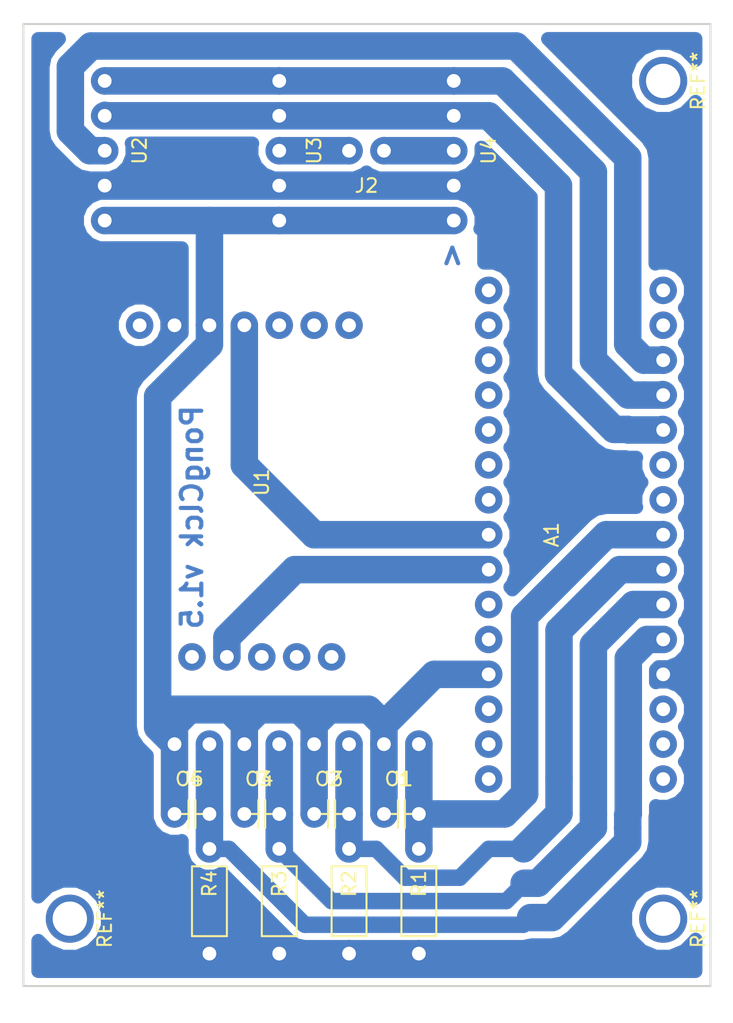
<source format=kicad_pcb>
(kicad_pcb (version 4) (host pcbnew 4.0.6)

  (general
    (links 43)
    (no_connects 0)
    (area 124.46 45.72 199.301905 99.060001)
    (thickness 1.6)
    (drawings 6)
    (tracks 117)
    (zones 0)
    (modules 21)
    (nets 14)
  )

  (page A4)
  (layers
    (0 F.Cu signal)
    (31 B.Cu signal)
    (32 B.Adhes user)
    (33 F.Adhes user)
    (34 B.Paste user)
    (35 F.Paste user)
    (36 B.SilkS user)
    (37 F.SilkS user)
    (38 B.Mask user)
    (39 F.Mask user)
    (40 Dwgs.User user)
    (41 Cmts.User user)
    (42 Eco1.User user)
    (43 Eco2.User user)
    (44 Edge.Cuts user)
    (45 Margin user)
    (46 B.CrtYd user)
    (47 F.CrtYd user)
    (48 B.Fab user)
    (49 F.Fab user)
  )

  (setup
    (last_trace_width 1.2)
    (user_trace_width 1)
    (user_trace_width 1.2)
    (user_trace_width 1.5)
    (trace_clearance 0.5)
    (zone_clearance 0.508)
    (zone_45_only no)
    (trace_min 0.2)
    (segment_width 0.2)
    (edge_width 0.15)
    (via_size 2)
    (via_drill 1)
    (via_min_size 0.4)
    (via_min_drill 0.3)
    (uvia_size 0.3)
    (uvia_drill 0.1)
    (uvias_allowed no)
    (uvia_min_size 0.2)
    (uvia_min_drill 0.1)
    (pcb_text_width 0.3)
    (pcb_text_size 1.5 1.5)
    (mod_edge_width 0.15)
    (mod_text_size 1 1)
    (mod_text_width 0.15)
    (pad_size 2 2)
    (pad_drill 1)
    (pad_to_mask_clearance 0.2)
    (aux_axis_origin 64.31 29.39)
    (visible_elements 7FFFFFFF)
    (pcbplotparams
      (layerselection 0x00000_80000000)
      (usegerberextensions false)
      (excludeedgelayer true)
      (linewidth 0.100000)
      (plotframeref false)
      (viasonmask false)
      (mode 1)
      (useauxorigin true)
      (hpglpennumber 1)
      (hpglpenspeed 20)
      (hpglpendiameter 15)
      (hpglpenoverlay 2)
      (psnegative false)
      (psa4output false)
      (plotreference true)
      (plotvalue true)
      (plotinvisibletext false)
      (padsonsilk false)
      (subtractmaskfromsilk false)
      (outputformat 1)
      (mirror false)
      (drillshape 0)
      (scaleselection 1)
      (outputdirectory gerber))
  )

  (net 0 "")
  (net 1 BT4)
  (net 2 BT3)
  (net 3 BT2)
  (net 4 BT1)
  (net 5 MAX_IN)
  (net 6 LATCH)
  (net 7 CLK)
  (net 8 SDA)
  (net 9 SCL)
  (net 10 VCC)
  (net 11 GND)
  (net 12 "Net-(J2-Pad1)")
  (net 13 "Net-(J2-Pad2)")

  (net_class Default "Dies ist die voreingestellte Netzklasse."
    (clearance 0.5)
    (trace_width 2)
    (via_dia 2)
    (via_drill 1)
    (uvia_dia 0.3)
    (uvia_drill 0.1)
    (add_net BT1)
    (add_net BT2)
    (add_net BT3)
    (add_net BT4)
    (add_net CLK)
    (add_net GND)
    (add_net LATCH)
    (add_net MAX_IN)
    (add_net "Net-(J2-Pad1)")
    (add_net "Net-(J2-Pad2)")
    (add_net SCL)
    (add_net SDA)
    (add_net VCC)
  )

  (net_class 1mm ""
    (clearance 0.5)
    (trace_width 1)
    (via_dia 2)
    (via_drill 1)
    (uvia_dia 0.3)
    (uvia_drill 0.1)
  )

  (module PongClock:ArduinoNano (layer F.Cu) (tedit 596B6DB8) (tstamp 596B576D)
    (at 103.251 66.548 270)
    (descr AndroidNano)
    (path /596A159A)
    (fp_text reference A1 (at 0 0.5 270) (layer F.SilkS)
      (effects (font (size 1 1) (thickness 0.15)))
    )
    (fp_text value AndroidNano (at 0 -0.5 270) (layer F.Fab)
      (effects (font (size 1 1) (thickness 0.15)))
    )
    (fp_line (start -21.59 -5.08) (end -15.24 -5.08) (layer F.CrtYd) (width 0.15))
    (fp_line (start -15.24 -5.08) (end -15.24 2.54) (layer F.CrtYd) (width 0.15))
    (fp_line (start -15.24 2.54) (end -21.59 2.54) (layer F.CrtYd) (width 0.15))
    (fp_line (start -21.59 2.54) (end -21.59 -5.08) (layer F.CrtYd) (width 0.15))
    (fp_line (start -20.32 6.35) (end -19.05 6.35) (layer F.CrtYd) (width 0.15))
    (fp_line (start -19.05 -8.89) (end -20.32 -8.89) (layer F.CrtYd) (width 0.15))
    (fp_line (start -20.32 -8.89) (end -20.32 6.35) (layer F.CrtYd) (width 0.15))
    (fp_line (start -19.05 6.35) (end 19.05 6.35) (layer F.CrtYd) (width 0.15))
    (fp_line (start 19.05 6.35) (end 19.05 -8.89) (layer F.CrtYd) (width 0.15))
    (fp_line (start 19.05 -8.89) (end -19.05 -8.89) (layer F.CrtYd) (width 0.15))
    (pad 30 thru_hole circle (at -17.78 -7.62 270) (size 2 2) (drill 1) (layers *.Cu *.Mask))
    (pad 29 thru_hole circle (at -15.24 -7.62 270) (size 2 2) (drill 1) (layers *.Cu *.Mask))
    (pad 28 thru_hole circle (at -12.7 -7.62 270) (size 2 2) (drill 1) (layers *.Cu *.Mask)
      (net 5 MAX_IN))
    (pad 27 thru_hole circle (at -10.16 -7.62 270) (size 2 2) (drill 1) (layers *.Cu *.Mask)
      (net 7 CLK))
    (pad 26 thru_hole circle (at -7.62 -7.62 270) (size 2 2) (drill 1) (layers *.Cu *.Mask)
      (net 6 LATCH))
    (pad 25 thru_hole circle (at -5.08 -7.62 270) (size 2 2) (drill 1) (layers *.Cu *.Mask))
    (pad 24 thru_hole circle (at -2.54 -7.62 270) (size 2 2) (drill 1) (layers *.Cu *.Mask))
    (pad 23 thru_hole circle (at 0 -7.62 270) (size 2 2) (drill 1) (layers *.Cu *.Mask)
      (net 4 BT1))
    (pad 22 thru_hole circle (at 2.54 -7.62 270) (size 2 2) (drill 1) (layers *.Cu *.Mask)
      (net 3 BT2))
    (pad 21 thru_hole circle (at 5.08 -7.62 270) (size 2 2) (drill 1) (layers *.Cu *.Mask)
      (net 2 BT3))
    (pad 20 thru_hole circle (at 7.62 -7.62 270) (size 2 2) (drill 1) (layers *.Cu *.Mask)
      (net 1 BT4))
    (pad 19 thru_hole circle (at 10.16 -7.62 270) (size 2 2) (drill 1) (layers *.Cu *.Mask)
      (net 11 GND))
    (pad 18 thru_hole circle (at 12.7 -7.62 270) (size 2 2) (drill 1) (layers *.Cu *.Mask))
    (pad 17 thru_hole circle (at 15.24 -7.62 270) (size 2 2) (drill 1) (layers *.Cu *.Mask))
    (pad 16 thru_hole circle (at 17.78 -7.62 270) (size 2 2) (drill 1) (layers *.Cu *.Mask))
    (pad 1 thru_hole circle (at -17.78 5.08 270) (size 2 2) (drill 1) (layers *.Cu *.Mask))
    (pad 2 thru_hole circle (at -15.24 5.08 270) (size 2 2) (drill 1) (layers *.Cu *.Mask))
    (pad 3 thru_hole circle (at -12.7 5.08 270) (size 2 2) (drill 1) (layers *.Cu *.Mask))
    (pad 4 thru_hole circle (at -10.16 5.08 270) (size 2 2) (drill 1) (layers *.Cu *.Mask))
    (pad 5 thru_hole circle (at -7.62 5.08 270) (size 2 2) (drill 1) (layers *.Cu *.Mask))
    (pad 6 thru_hole circle (at -5.08 5.08 270) (size 2 2) (drill 1) (layers *.Cu *.Mask))
    (pad 7 thru_hole circle (at -2.54 5.08 270) (size 2 2) (drill 1) (layers *.Cu *.Mask))
    (pad 8 thru_hole circle (at 0 5.08 270) (size 2 2) (drill 1) (layers *.Cu *.Mask)
      (net 8 SDA))
    (pad 9 thru_hole circle (at 2.54 5.08 270) (size 2 2) (drill 1) (layers *.Cu *.Mask)
      (net 9 SCL))
    (pad 10 thru_hole circle (at 5.08 5.08 270) (size 2 2) (drill 1) (layers *.Cu *.Mask))
    (pad 11 thru_hole circle (at 7.62 5.08 270) (size 2 2) (drill 1) (layers *.Cu *.Mask))
    (pad 12 thru_hole circle (at 10.16 5.08 270) (size 2 2) (drill 1) (layers *.Cu *.Mask)
      (net 10 VCC))
    (pad 13 thru_hole circle (at 12.7 5.08 270) (size 2 2) (drill 1) (layers *.Cu *.Mask))
    (pad 14 thru_hole circle (at 15.24 5.08 270) (size 2 2) (drill 1) (layers *.Cu *.Mask))
    (pad 15 thru_hole circle (at 17.78 5.08 270) (size 2 2) (drill 1) (layers *.Cu *.Mask))
  )

  (module PongClock:Widerstand (layer F.Cu) (tedit 596B5C7F) (tstamp 596B57C7)
    (at 93.091 89.408 270)
    (path /596B43E3)
    (fp_text reference R1 (at 2.54 0 270) (layer F.SilkS)
      (effects (font (size 1 1) (thickness 0.15)))
    )
    (fp_text value R (at 5.08 0 270) (layer F.Fab)
      (effects (font (size 1 1) (thickness 0.15)))
    )
    (fp_line (start 6.35 -1.27) (end 1.27 -1.27) (layer F.SilkS) (width 0.15))
    (fp_line (start 6.35 1.27) (end 6.35 -1.27) (layer F.SilkS) (width 0.15))
    (fp_line (start 1.27 1.27) (end 6.35 1.27) (layer F.SilkS) (width 0.15))
    (fp_line (start 1.27 -1.27) (end 1.27 1.27) (layer F.SilkS) (width 0.15))
    (pad 1 thru_hole circle (at 0 0 270) (size 2 2) (drill 1) (layers *.Cu *.Mask)
      (net 4 BT1))
    (pad 2 thru_hole circle (at 7.62 0 270) (size 2 2) (drill 1) (layers *.Cu *.Mask)
      (net 11 GND))
  )

  (module PongClock:Widerstand (layer F.Cu) (tedit 58EBDF6F) (tstamp 596B57D1)
    (at 88.011 89.408 270)
    (path /596B3E1D)
    (fp_text reference R2 (at 2.54 0 270) (layer F.SilkS)
      (effects (font (size 1 1) (thickness 0.15)))
    )
    (fp_text value R (at 5.08 0 270) (layer F.Fab)
      (effects (font (size 1 1) (thickness 0.15)))
    )
    (fp_line (start 6.35 -1.27) (end 1.27 -1.27) (layer F.SilkS) (width 0.15))
    (fp_line (start 6.35 1.27) (end 6.35 -1.27) (layer F.SilkS) (width 0.15))
    (fp_line (start 1.27 1.27) (end 6.35 1.27) (layer F.SilkS) (width 0.15))
    (fp_line (start 1.27 -1.27) (end 1.27 1.27) (layer F.SilkS) (width 0.15))
    (pad 1 thru_hole circle (at 0 0 270) (size 2 2) (drill 1) (layers *.Cu *.Mask)
      (net 3 BT2))
    (pad 2 thru_hole circle (at 7.62 0 270) (size 2 2) (drill 1) (layers *.Cu *.Mask)
      (net 11 GND))
  )

  (module PongClock:Widerstand (layer F.Cu) (tedit 58EBDF6F) (tstamp 596B57DB)
    (at 82.931 89.408 270)
    (path /596B5900)
    (fp_text reference R3 (at 2.54 0 270) (layer F.SilkS)
      (effects (font (size 1 1) (thickness 0.15)))
    )
    (fp_text value R (at 5.08 0 270) (layer F.Fab)
      (effects (font (size 1 1) (thickness 0.15)))
    )
    (fp_line (start 6.35 -1.27) (end 1.27 -1.27) (layer F.SilkS) (width 0.15))
    (fp_line (start 6.35 1.27) (end 6.35 -1.27) (layer F.SilkS) (width 0.15))
    (fp_line (start 1.27 1.27) (end 6.35 1.27) (layer F.SilkS) (width 0.15))
    (fp_line (start 1.27 -1.27) (end 1.27 1.27) (layer F.SilkS) (width 0.15))
    (pad 1 thru_hole circle (at 0 0 270) (size 2 2) (drill 1) (layers *.Cu *.Mask)
      (net 2 BT3))
    (pad 2 thru_hole circle (at 7.62 0 270) (size 2 2) (drill 1) (layers *.Cu *.Mask)
      (net 11 GND))
  )

  (module PongClock:Widerstand (layer F.Cu) (tedit 58EBDF6F) (tstamp 596B57E5)
    (at 77.851 89.408 270)
    (path /596B58DC)
    (fp_text reference R4 (at 2.54 0 270) (layer F.SilkS)
      (effects (font (size 1 1) (thickness 0.15)))
    )
    (fp_text value R (at 5.08 0 270) (layer F.Fab)
      (effects (font (size 1 1) (thickness 0.15)))
    )
    (fp_line (start 6.35 -1.27) (end 1.27 -1.27) (layer F.SilkS) (width 0.15))
    (fp_line (start 6.35 1.27) (end 6.35 -1.27) (layer F.SilkS) (width 0.15))
    (fp_line (start 1.27 1.27) (end 6.35 1.27) (layer F.SilkS) (width 0.15))
    (fp_line (start 1.27 -1.27) (end 1.27 1.27) (layer F.SilkS) (width 0.15))
    (pad 1 thru_hole circle (at 0 0 270) (size 2 2) (drill 1) (layers *.Cu *.Mask)
      (net 1 BT4))
    (pad 2 thru_hole circle (at 7.62 0 270) (size 2 2) (drill 1) (layers *.Cu *.Mask)
      (net 11 GND))
  )

  (module PongClock:TINY_RTC (layer F.Cu) (tedit 596B777A) (tstamp 596B57F9)
    (at 68.961 70.358 90)
    (path /596A1661)
    (fp_text reference U1 (at 7.62 12.7 90) (layer F.SilkS)
      (effects (font (size 1 1) (thickness 0.15)))
    )
    (fp_text value TinyRTC_I2C (at 7.62 8.89 90) (layer F.Fab)
      (effects (font (size 1 1) (thickness 0.15)))
    )
    (fp_line (start -6.35 -1.27) (end 20.32 -1.27) (layer F.CrtYd) (width 0.15))
    (fp_line (start -6.35 26.67) (end 20.32 26.67) (layer F.CrtYd) (width 0.15))
    (fp_line (start 20.32 -1.27) (end 20.32 26.67) (layer F.CrtYd) (width 0.15))
    (fp_line (start -6.35 26.67) (end -6.35 -1.27) (layer F.CrtYd) (width 0.15))
    (pad 1 thru_hole circle (at -5.08 7.62 90) (size 2 2) (drill 1) (layers *.Cu *.Mask))
    (pad 2 thru_hole circle (at -5.08 10.16 90) (size 2 2) (drill 1) (layers *.Cu *.Mask)
      (net 9 SCL))
    (pad 3 thru_hole circle (at -5.08 12.7 90) (size 2 2) (drill 1) (layers *.Cu *.Mask))
    (pad 4 thru_hole circle (at -5.08 15.24 90) (size 2 2) (drill 1) (layers *.Cu *.Mask))
    (pad 5 thru_hole circle (at -5.08 17.78 90) (size 2 2) (drill 1) (layers *.Cu *.Mask))
    (pad 6 thru_hole circle (at 19.05 3.81 90) (size 2 2) (drill 1) (layers *.Cu *.Mask))
    (pad 7 thru_hole circle (at 19.05 6.35 90) (size 2 2) (drill 1) (layers *.Cu *.Mask)
      (net 11 GND))
    (pad 8 thru_hole circle (at 19.05 8.89 90) (size 2 2) (drill 1) (layers *.Cu *.Mask)
      (net 10 VCC))
    (pad 9 thru_hole circle (at 19.05 11.43 90) (size 2 2) (drill 1) (layers *.Cu *.Mask)
      (net 8 SDA))
    (pad 10 thru_hole circle (at 19.05 13.97 90) (size 2 2) (drill 1) (layers *.Cu *.Mask))
    (pad 11 thru_hole circle (at 19.05 16.51 90) (size 2 2) (drill 1) (layers *.Cu *.Mask))
    (pad 12 thru_hole circle (at 19.05 19.05 90) (size 2 2) (drill 1) (layers *.Cu *.Mask))
  )

  (module PongClock:CONNECTOR_5X (layer F.Cu) (tedit 596B4E18) (tstamp 596B5806)
    (at 70.231 38.608 90)
    (path /596A2A6D)
    (fp_text reference U2 (at 0 2.54 90) (layer F.SilkS)
      (effects (font (size 1 1) (thickness 0.15)))
    )
    (fp_text value MAX7219_IN (at 0 -2.54 90) (layer F.Fab)
      (effects (font (size 1 1) (thickness 0.15)))
    )
    (fp_line (start -6.35 -1.27) (end -6.35 1.27) (layer F.CrtYd) (width 0.15))
    (fp_line (start -6.35 1.27) (end 6.35 1.27) (layer F.CrtYd) (width 0.15))
    (fp_line (start 6.35 1.27) (end 6.35 -1.27) (layer F.CrtYd) (width 0.15))
    (fp_line (start 6.35 -1.27) (end -6.35 -1.27) (layer F.CrtYd) (width 0.15))
    (pad 1 thru_hole circle (at -5.08 0 90) (size 2 2) (drill 1) (layers *.Cu *.Mask)
      (net 10 VCC))
    (pad 2 thru_hole circle (at -2.54 0 90) (size 2 2) (drill 1) (layers *.Cu *.Mask)
      (net 11 GND))
    (pad 3 thru_hole circle (at 0 0 90) (size 2 2) (drill 1) (layers *.Cu *.Mask)
      (net 5 MAX_IN))
    (pad 4 thru_hole circle (at 2.54 0 90) (size 2 2) (drill 1) (layers *.Cu *.Mask)
      (net 6 LATCH))
    (pad 5 thru_hole circle (at 5.08 0 90) (size 2 2) (drill 1) (layers *.Cu *.Mask)
      (net 7 CLK))
  )

  (module PongClock:CONNECTOR_5X (layer F.Cu) (tedit 596B4E18) (tstamp 596B5813)
    (at 82.931 38.608 90)
    (path /596A2E49)
    (fp_text reference U3 (at 0 2.54 90) (layer F.SilkS)
      (effects (font (size 1 1) (thickness 0.15)))
    )
    (fp_text value MAX7219_IN (at 0 -2.54 90) (layer F.Fab)
      (effects (font (size 1 1) (thickness 0.15)))
    )
    (fp_line (start -6.35 -1.27) (end -6.35 1.27) (layer F.CrtYd) (width 0.15))
    (fp_line (start -6.35 1.27) (end 6.35 1.27) (layer F.CrtYd) (width 0.15))
    (fp_line (start 6.35 1.27) (end 6.35 -1.27) (layer F.CrtYd) (width 0.15))
    (fp_line (start 6.35 -1.27) (end -6.35 -1.27) (layer F.CrtYd) (width 0.15))
    (pad 1 thru_hole circle (at -5.08 0 90) (size 2 2) (drill 1) (layers *.Cu *.Mask)
      (net 10 VCC))
    (pad 2 thru_hole circle (at -2.54 0 90) (size 2 2) (drill 1) (layers *.Cu *.Mask)
      (net 11 GND))
    (pad 3 thru_hole circle (at 0 0 90) (size 2 2) (drill 1) (layers *.Cu *.Mask)
      (net 12 "Net-(J2-Pad1)"))
    (pad 4 thru_hole circle (at 2.54 0 90) (size 2 2) (drill 1) (layers *.Cu *.Mask)
      (net 6 LATCH))
    (pad 5 thru_hole circle (at 5.08 0 90) (size 2 2) (drill 1) (layers *.Cu *.Mask)
      (net 7 CLK))
  )

  (module PongClock:CONNECTOR_5X (layer F.Cu) (tedit 596B7769) (tstamp 596B5820)
    (at 95.631 38.608 90)
    (path /596A2E7D)
    (fp_text reference U4 (at 0 2.54 90) (layer F.SilkS)
      (effects (font (size 1 1) (thickness 0.15)))
    )
    (fp_text value MAX7219_IN (at 0 -2.54 90) (layer F.Fab)
      (effects (font (size 1 1) (thickness 0.15)))
    )
    (fp_line (start -6.35 -1.27) (end -6.35 1.27) (layer F.CrtYd) (width 0.15))
    (fp_line (start -6.35 1.27) (end 6.35 1.27) (layer F.CrtYd) (width 0.15))
    (fp_line (start 6.35 1.27) (end 6.35 -1.27) (layer F.CrtYd) (width 0.15))
    (fp_line (start 6.35 -1.27) (end -6.35 -1.27) (layer F.CrtYd) (width 0.15))
    (pad 1 thru_hole circle (at -5.08 0 90) (size 2 2) (drill 1) (layers *.Cu *.Mask)
      (net 10 VCC))
    (pad 2 thru_hole circle (at -2.54 0 90) (size 2 2) (drill 1) (layers *.Cu *.Mask)
      (net 11 GND))
    (pad 3 thru_hole circle (at 0 0 90) (size 2 2) (drill 1) (layers *.Cu *.Mask)
      (net 13 "Net-(J2-Pad2)"))
    (pad 4 thru_hole circle (at 2.54 0 90) (size 2 2) (drill 1) (layers *.Cu *.Mask)
      (net 6 LATCH))
    (pad 5 thru_hole circle (at 5.08 0 90) (size 2 2) (drill 1) (layers *.Cu *.Mask)
      (net 7 CLK))
  )

  (module PongClock:CAP (layer F.Cu) (tedit 596B5C38) (tstamp 596B5B10)
    (at 95.631 89.408 180)
    (path /596B43DD)
    (fp_text reference C1 (at 4.064 5.08 180) (layer F.SilkS)
      (effects (font (size 1 1) (thickness 0.15)))
    )
    (fp_text value C (at 3.556 0.508 180) (layer F.Fab)
      (effects (font (size 1 1) (thickness 0.15)))
    )
    (fp_line (start 4.064 2.54) (end 5.08 2.54) (layer F.SilkS) (width 0.15))
    (fp_line (start 2.54 2.54) (end 3.556 2.54) (layer F.SilkS) (width 0.15))
    (fp_line (start 4.064 3.556) (end 4.064 1.524) (layer F.SilkS) (width 0.15))
    (fp_line (start 3.556 1.524) (end 3.556 3.556) (layer F.SilkS) (width 0.15))
    (pad 1 thru_hole circle (at 2.54 2.54 180) (size 2 2) (drill 1) (layers *.Cu *.Mask)
      (net 4 BT1))
    (pad 2 thru_hole circle (at 5.08 2.54 180) (size 2 2) (drill 1) (layers *.Cu *.Mask)
      (net 10 VCC))
  )

  (module PongClock:CAP (layer F.Cu) (tedit 596B4F21) (tstamp 596B5B19)
    (at 90.551 89.408 180)
    (path /596B3D74)
    (fp_text reference C2 (at 4.064 5.08 180) (layer F.SilkS)
      (effects (font (size 1 1) (thickness 0.15)))
    )
    (fp_text value C (at 3.556 0.508 180) (layer F.Fab)
      (effects (font (size 1 1) (thickness 0.15)))
    )
    (fp_line (start 4.064 2.54) (end 5.08 2.54) (layer F.SilkS) (width 0.15))
    (fp_line (start 2.54 2.54) (end 3.556 2.54) (layer F.SilkS) (width 0.15))
    (fp_line (start 4.064 3.556) (end 4.064 1.524) (layer F.SilkS) (width 0.15))
    (fp_line (start 3.556 1.524) (end 3.556 3.556) (layer F.SilkS) (width 0.15))
    (pad 1 thru_hole circle (at 2.54 2.54 180) (size 2 2) (drill 1) (layers *.Cu *.Mask)
      (net 3 BT2))
    (pad 2 thru_hole circle (at 5.08 2.54 180) (size 2 2) (drill 1) (layers *.Cu *.Mask)
      (net 10 VCC))
  )

  (module PongClock:CAP (layer F.Cu) (tedit 596B4F21) (tstamp 596B5B22)
    (at 85.471 89.408 180)
    (path /596B58FA)
    (fp_text reference C3 (at 4.064 5.08 180) (layer F.SilkS)
      (effects (font (size 1 1) (thickness 0.15)))
    )
    (fp_text value C (at 3.556 0.508 180) (layer F.Fab)
      (effects (font (size 1 1) (thickness 0.15)))
    )
    (fp_line (start 4.064 2.54) (end 5.08 2.54) (layer F.SilkS) (width 0.15))
    (fp_line (start 2.54 2.54) (end 3.556 2.54) (layer F.SilkS) (width 0.15))
    (fp_line (start 4.064 3.556) (end 4.064 1.524) (layer F.SilkS) (width 0.15))
    (fp_line (start 3.556 1.524) (end 3.556 3.556) (layer F.SilkS) (width 0.15))
    (pad 1 thru_hole circle (at 2.54 2.54 180) (size 2 2) (drill 1) (layers *.Cu *.Mask)
      (net 2 BT3))
    (pad 2 thru_hole circle (at 5.08 2.54 180) (size 2 2) (drill 1) (layers *.Cu *.Mask)
      (net 10 VCC))
  )

  (module PongClock:CAP (layer F.Cu) (tedit 596B4F21) (tstamp 596B5B2B)
    (at 80.391 89.408 180)
    (path /596B58D6)
    (fp_text reference C4 (at 4.064 5.08 180) (layer F.SilkS)
      (effects (font (size 1 1) (thickness 0.15)))
    )
    (fp_text value C (at 3.556 0.508 180) (layer F.Fab)
      (effects (font (size 1 1) (thickness 0.15)))
    )
    (fp_line (start 4.064 2.54) (end 5.08 2.54) (layer F.SilkS) (width 0.15))
    (fp_line (start 2.54 2.54) (end 3.556 2.54) (layer F.SilkS) (width 0.15))
    (fp_line (start 4.064 3.556) (end 4.064 1.524) (layer F.SilkS) (width 0.15))
    (fp_line (start 3.556 1.524) (end 3.556 3.556) (layer F.SilkS) (width 0.15))
    (pad 1 thru_hole circle (at 2.54 2.54 180) (size 2 2) (drill 1) (layers *.Cu *.Mask)
      (net 1 BT4))
    (pad 2 thru_hole circle (at 5.08 2.54 180) (size 2 2) (drill 1) (layers *.Cu *.Mask)
      (net 10 VCC))
  )

  (module PongClock:CONNECTOR_2X (layer F.Cu) (tedit 596B4E5D) (tstamp 596B5B3D)
    (at 89.281 38.608)
    (path /596B992D)
    (fp_text reference J2 (at 0 2.54) (layer F.SilkS)
      (effects (font (size 1 1) (thickness 0.15)))
    )
    (fp_text value DOUT (at 0 -2.54) (layer F.Fab)
      (effects (font (size 1 1) (thickness 0.15)))
    )
    (fp_line (start -2.54 -1.27) (end -2.54 1.27) (layer F.CrtYd) (width 0.15))
    (fp_line (start -2.54 1.27) (end 2.54 1.27) (layer F.CrtYd) (width 0.15))
    (fp_line (start 2.54 1.27) (end 2.54 -1.27) (layer F.CrtYd) (width 0.15))
    (fp_line (start 2.54 -1.27) (end -2.54 -1.27) (layer F.CrtYd) (width 0.15))
    (pad 1 thru_hole circle (at -1.27 0) (size 2 2) (drill 1) (layers *.Cu *.Mask)
      (net 12 "Net-(J2-Pad1)"))
    (pad 2 thru_hole circle (at 1.27 0) (size 2 2) (drill 1) (layers *.Cu *.Mask)
      (net 13 "Net-(J2-Pad2)"))
  )

  (module PongClock:CONNECTOR_2X (layer F.Cu) (tedit 596B5BF2) (tstamp 596B5F77)
    (at 90.551 81.788)
    (path /596B43CB)
    (fp_text reference J1 (at 1.27 2.54) (layer F.SilkS)
      (effects (font (size 1 1) (thickness 0.15)))
    )
    (fp_text value CON_BT1 (at 1.27 -2.54) (layer F.Fab)
      (effects (font (size 1 1) (thickness 0.15)))
    )
    (fp_line (start -1.27 -1.27) (end -1.27 1.27) (layer F.CrtYd) (width 0.15))
    (fp_line (start -1.27 1.27) (end 3.81 1.27) (layer F.CrtYd) (width 0.15))
    (fp_line (start 3.81 1.27) (end 3.81 -1.27) (layer F.CrtYd) (width 0.15))
    (fp_line (start 3.81 -1.27) (end -1.27 -1.27) (layer F.CrtYd) (width 0.15))
    (pad 1 thru_hole circle (at 0 0) (size 2 2) (drill 1) (layers *.Cu *.Mask)
      (net 10 VCC))
    (pad 2 thru_hole circle (at 2.54 0) (size 2 2) (drill 1) (layers *.Cu *.Mask)
      (net 4 BT1))
  )

  (module PongClock:CONNECTOR_2X (layer F.Cu) (tedit 596B4E5D) (tstamp 596B5F81)
    (at 85.471 81.788)
    (path /596B3A44)
    (fp_text reference J3 (at 1.27 2.54) (layer F.SilkS)
      (effects (font (size 1 1) (thickness 0.15)))
    )
    (fp_text value CON_BT2 (at 1.27 -2.54) (layer F.Fab)
      (effects (font (size 1 1) (thickness 0.15)))
    )
    (fp_line (start -1.27 -1.27) (end -1.27 1.27) (layer F.CrtYd) (width 0.15))
    (fp_line (start -1.27 1.27) (end 3.81 1.27) (layer F.CrtYd) (width 0.15))
    (fp_line (start 3.81 1.27) (end 3.81 -1.27) (layer F.CrtYd) (width 0.15))
    (fp_line (start 3.81 -1.27) (end -1.27 -1.27) (layer F.CrtYd) (width 0.15))
    (pad 1 thru_hole circle (at 0 0) (size 2 2) (drill 1) (layers *.Cu *.Mask)
      (net 10 VCC))
    (pad 2 thru_hole circle (at 2.54 0) (size 2 2) (drill 1) (layers *.Cu *.Mask)
      (net 3 BT2))
  )

  (module PongClock:CONNECTOR_2X (layer F.Cu) (tedit 596B4E5D) (tstamp 596B5F8B)
    (at 80.391 81.788)
    (path /596B58E8)
    (fp_text reference J4 (at 1.27 2.54) (layer F.SilkS)
      (effects (font (size 1 1) (thickness 0.15)))
    )
    (fp_text value CON_BT3 (at 1.27 -2.54) (layer F.Fab)
      (effects (font (size 1 1) (thickness 0.15)))
    )
    (fp_line (start -1.27 -1.27) (end -1.27 1.27) (layer F.CrtYd) (width 0.15))
    (fp_line (start -1.27 1.27) (end 3.81 1.27) (layer F.CrtYd) (width 0.15))
    (fp_line (start 3.81 1.27) (end 3.81 -1.27) (layer F.CrtYd) (width 0.15))
    (fp_line (start 3.81 -1.27) (end -1.27 -1.27) (layer F.CrtYd) (width 0.15))
    (pad 1 thru_hole circle (at 0 0) (size 2 2) (drill 1) (layers *.Cu *.Mask)
      (net 10 VCC))
    (pad 2 thru_hole circle (at 2.54 0) (size 2 2) (drill 1) (layers *.Cu *.Mask)
      (net 2 BT3))
  )

  (module PongClock:CONNECTOR_2X (layer F.Cu) (tedit 596B4E5D) (tstamp 596B5F95)
    (at 75.311 81.788)
    (path /596B58C4)
    (fp_text reference J5 (at 1.27 2.54) (layer F.SilkS)
      (effects (font (size 1 1) (thickness 0.15)))
    )
    (fp_text value CON_BT4 (at 1.27 -2.54) (layer F.Fab)
      (effects (font (size 1 1) (thickness 0.15)))
    )
    (fp_line (start -1.27 -1.27) (end -1.27 1.27) (layer F.CrtYd) (width 0.15))
    (fp_line (start -1.27 1.27) (end 3.81 1.27) (layer F.CrtYd) (width 0.15))
    (fp_line (start 3.81 1.27) (end 3.81 -1.27) (layer F.CrtYd) (width 0.15))
    (fp_line (start 3.81 -1.27) (end -1.27 -1.27) (layer F.CrtYd) (width 0.15))
    (pad 1 thru_hole circle (at 0 0) (size 2 2) (drill 1) (layers *.Cu *.Mask)
      (net 10 VCC))
    (pad 2 thru_hole circle (at 2.54 0) (size 2 2) (drill 1) (layers *.Cu *.Mask)
      (net 1 BT4))
  )

  (module PongClock:M3_DRILL_HOLE (layer F.Cu) (tedit 58ED088D) (tstamp 596B827B)
    (at 67.691 94.488 90)
    (fp_text reference REF** (at 0 2.54 90) (layer F.SilkS)
      (effects (font (size 1 1) (thickness 0.15)))
    )
    (fp_text value M3_DRILL_HOLE (at 0 -2.54 90) (layer F.Fab)
      (effects (font (size 1 1) (thickness 0.15)))
    )
    (pad "" np_thru_hole circle (at 0 0 90) (size 3.5 3.5) (drill 2.5) (layers *.Cu *.Mask))
  )

  (module PongClock:M3_DRILL_HOLE (layer F.Cu) (tedit 58ED088D) (tstamp 596B8280)
    (at 110.871 33.528 90)
    (fp_text reference REF** (at 0 2.54 90) (layer F.SilkS)
      (effects (font (size 1 1) (thickness 0.15)))
    )
    (fp_text value M3_DRILL_HOLE (at 0 -2.54 90) (layer F.Fab)
      (effects (font (size 1 1) (thickness 0.15)))
    )
    (pad "" np_thru_hole circle (at 0 0 90) (size 3.5 3.5) (drill 2.5) (layers *.Cu *.Mask))
  )

  (module PongClock:M3_DRILL_HOLE (layer F.Cu) (tedit 58ED088D) (tstamp 596B8285)
    (at 110.871 94.488 90)
    (fp_text reference REF** (at 0 2.54 90) (layer F.SilkS)
      (effects (font (size 1 1) (thickness 0.15)))
    )
    (fp_text value M3_DRILL_HOLE (at 0 -2.54 90) (layer F.Fab)
      (effects (font (size 1 1) (thickness 0.15)))
    )
    (pad "" np_thru_hole circle (at 0 0 90) (size 3.5 3.5) (drill 2.5) (layers *.Cu *.Mask))
  )

  (gr_text > (at 95.631 46.228 -90) (layer B.Cu)
    (effects (font (size 1.5 1.5) (thickness 0.3)) (justify mirror))
  )
  (gr_text "PongClck v1.5" (at 76.581 65.278 90) (layer B.Cu)
    (effects (font (size 1.5 1.5) (thickness 0.3)) (justify mirror))
  )
  (gr_line (start 114.311 99.388) (end 64.311 99.388) (angle 90) (layer Edge.Cuts) (width 0.15))
  (gr_line (start 114.311 29.388) (end 114.311 99.388) (angle 90) (layer Edge.Cuts) (width 0.15))
  (gr_line (start 64.311 29.388) (end 114.311 29.388) (angle 90) (layer Edge.Cuts) (width 0.15))
  (gr_line (start 64.311 99.388) (end 64.311 29.388) (angle 90) (layer Edge.Cuts) (width 0.15))

  (segment (start 77.851 89.408) (end 79.265213 89.408) (width 1.2) (layer B.Cu) (net 1))
  (segment (start 79.265213 89.408) (end 84.785212 94.927999) (width 1.2) (layer B.Cu) (net 1))
  (segment (start 84.785212 94.927999) (end 100.700863 94.927999) (width 1.2) (layer B.Cu) (net 1))
  (segment (start 100.700863 94.927999) (end 101.220844 94.408018) (width 1.2) (layer B.Cu) (net 1))
  (segment (start 108.331 86.868) (end 108.291012 86.907988) (width 2) (layer B.Cu) (net 1))
  (segment (start 108.291012 86.907988) (end 108.291012 87.903536) (width 2) (layer B.Cu) (net 1))
  (segment (start 108.291012 87.903536) (end 108.291009 87.903539) (width 2) (layer B.Cu) (net 1))
  (segment (start 108.291009 87.903539) (end 108.291009 88.899087) (width 2) (layer B.Cu) (net 1))
  (segment (start 108.291009 88.899087) (end 102.782078 94.408018) (width 2) (layer B.Cu) (net 1))
  (segment (start 102.782078 94.408018) (end 101.220844 94.408018) (width 2) (layer B.Cu) (net 1))
  (segment (start 108.331 75.547998) (end 108.331 86.868) (width 2) (layer B.Cu) (net 1))
  (segment (start 109.710998 74.168) (end 108.331 75.547998) (width 2) (layer B.Cu) (net 1))
  (segment (start 110.871 74.168) (end 109.710998 74.168) (width 2) (layer B.Cu) (net 1))
  (segment (start 77.851 86.868) (end 77.851 89.408) (width 2) (layer B.Cu) (net 1))
  (segment (start 77.851 81.788) (end 77.851 86.868) (width 2) (layer B.Cu) (net 1))
  (segment (start 82.931 89.408) (end 86.731012 93.208012) (width 1.2) (layer B.Cu) (net 2))
  (segment (start 86.731012 93.208012) (end 99.450988 93.208012) (width 1.2) (layer B.Cu) (net 2))
  (segment (start 99.450988 93.208012) (end 100.750991 91.908009) (width 1.2) (layer B.Cu) (net 2))
  (segment (start 100.750991 91.908009) (end 101.746539 91.908009) (width 2) (layer B.Cu) (net 2))
  (segment (start 101.746539 91.908009) (end 105.791 87.863548) (width 2) (layer B.Cu) (net 2))
  (segment (start 105.791 87.863548) (end 105.791002 86.867998) (width 2) (layer B.Cu) (net 2))
  (segment (start 105.791002 86.867998) (end 105.791002 74.552447) (width 2) (layer B.Cu) (net 2))
  (segment (start 105.791002 74.552447) (end 108.715449 71.628) (width 2) (layer B.Cu) (net 2))
  (segment (start 82.931 86.868) (end 82.931 89.408) (width 2) (layer B.Cu) (net 2))
  (segment (start 82.931 81.788) (end 82.931 86.868) (width 2) (layer B.Cu) (net 2))
  (segment (start 108.715449 71.628) (end 110.871 71.628) (width 2) (layer B.Cu) (net 2))
  (segment (start 100.711 89.408) (end 98.171 89.408) (width 1.2) (layer B.Cu) (net 3))
  (segment (start 103.290991 86.828009) (end 100.711 89.408) (width 2) (layer B.Cu) (net 3))
  (segment (start 103.290991 84.208031) (end 103.290991 86.828009) (width 2) (layer B.Cu) (net 3))
  (segment (start 96.070999 91.508001) (end 98.171 89.408) (width 1.2) (layer B.Cu) (net 3))
  (segment (start 88.011 89.408) (end 89.982998 89.408) (width 1.2) (layer B.Cu) (net 3))
  (segment (start 89.982998 89.408) (end 92.082999 91.508001) (width 1.2) (layer B.Cu) (net 3))
  (segment (start 92.082999 91.508001) (end 96.070999 91.508001) (width 1.2) (layer B.Cu) (net 3))
  (segment (start 110.871 69.088) (end 107.7199 69.088) (width 2) (layer B.Cu) (net 3))
  (segment (start 103.290991 73.516909) (end 103.290991 84.208031) (width 2) (layer B.Cu) (net 3))
  (segment (start 107.7199 69.088) (end 103.290991 73.516909) (width 2) (layer B.Cu) (net 3))
  (segment (start 88.011 86.868) (end 88.011 89.408) (width 2) (layer B.Cu) (net 3))
  (segment (start 88.011 81.788) (end 88.011 86.868) (width 2) (layer B.Cu) (net 3))
  (segment (start 94.505213 86.868) (end 93.091 86.868) (width 2) (layer B.Cu) (net 4))
  (segment (start 110.871 66.548) (end 106.724351 66.548) (width 2) (layer B.Cu) (net 4))
  (segment (start 99.331002 86.868) (end 94.505213 86.868) (width 2) (layer B.Cu) (net 4))
  (segment (start 100.790982 85.40802) (end 99.331002 86.868) (width 2) (layer B.Cu) (net 4))
  (segment (start 100.790982 72.481369) (end 100.790982 85.40802) (width 2) (layer B.Cu) (net 4))
  (segment (start 106.724351 66.548) (end 100.790982 72.481369) (width 2) (layer B.Cu) (net 4))
  (segment (start 93.091 86.868) (end 93.091 89.408) (width 2) (layer B.Cu) (net 4))
  (segment (start 93.091 81.788) (end 93.091 86.868) (width 2) (layer B.Cu) (net 4))
  (segment (start 109.456787 53.848) (end 110.871 53.848) (width 2) (layer B.Cu) (net 5))
  (segment (start 108.291011 39.116914) (end 108.291011 52.682224) (width 2) (layer B.Cu) (net 5))
  (segment (start 100.162097 30.988) (end 108.291011 39.116914) (width 2) (layer B.Cu) (net 5))
  (segment (start 69.235452 30.988) (end 100.162097 30.988) (width 2) (layer B.Cu) (net 5))
  (segment (start 67.73099 32.492462) (end 69.235452 30.988) (width 2) (layer B.Cu) (net 5))
  (segment (start 67.73099 37.18562) (end 67.73099 32.492462) (width 2) (layer B.Cu) (net 5))
  (segment (start 69.15337 38.608) (end 67.73099 37.18562) (width 2) (layer B.Cu) (net 5))
  (segment (start 70.231 38.608) (end 69.15337 38.608) (width 2) (layer B.Cu) (net 5))
  (segment (start 108.291011 52.682224) (end 109.456787 53.848) (width 2) (layer B.Cu) (net 5))
  (segment (start 110.831001 53.808001) (end 110.871 53.848) (width 2) (layer B.Cu) (net 5))
  (segment (start 108.291009 58.888009) (end 108.331 58.928) (width 2) (layer B.Cu) (net 6))
  (segment (start 108.331 58.928) (end 110.871 58.928) (width 2) (layer B.Cu) (net 6))
  (segment (start 103.251 41.148) (end 103.251 54.843548) (width 2) (layer B.Cu) (net 6))
  (segment (start 103.251 54.843548) (end 107.295461 58.888009) (width 2) (layer B.Cu) (net 6))
  (segment (start 107.295461 58.888009) (end 108.291009 58.888009) (width 2) (layer B.Cu) (net 6))
  (segment (start 98.171 36.068) (end 103.251 41.148) (width 2) (layer B.Cu) (net 6))
  (segment (start 95.631 36.068) (end 98.171 36.068) (width 2) (layer B.Cu) (net 6))
  (segment (start 70.231 36.068) (end 70.231 35.77801) (width 1.5) (layer B.Cu) (net 6))
  (segment (start 110.831002 58.888001) (end 110.871 58.928) (width 2) (layer B.Cu) (net 6))
  (segment (start 82.931 36.068) (end 70.231 36.068) (width 2) (layer B.Cu) (net 6) (status 20))
  (segment (start 95.631 36.068) (end 82.931 36.068) (width 2) (layer B.Cu) (net 6))
  (segment (start 109.456787 56.388) (end 110.871 56.388) (width 2) (layer B.Cu) (net 7))
  (segment (start 108.331 56.388) (end 109.456787 56.388) (width 2) (layer B.Cu) (net 7))
  (segment (start 105.791 53.848) (end 108.331 56.388) (width 2) (layer B.Cu) (net 7))
  (segment (start 105.791 40.152452) (end 105.791 53.848) (width 2) (layer B.Cu) (net 7))
  (segment (start 99.166548 33.528) (end 105.791 40.152452) (width 2) (layer B.Cu) (net 7))
  (segment (start 95.631 33.528) (end 99.166548 33.528) (width 2) (layer B.Cu) (net 7))
  (segment (start 110.831011 56.34801) (end 110.871 56.388) (width 2) (layer B.Cu) (net 7))
  (segment (start 82.931 33.528) (end 95.631 33.528) (width 2) (layer B.Cu) (net 7))
  (segment (start 70.231 33.528) (end 82.931 33.528) (width 2) (layer B.Cu) (net 7) (status 10))
  (segment (start 98.171 66.548) (end 85.471 66.548) (width 2) (layer B.Cu) (net 8))
  (segment (start 85.471 66.548) (end 80.391 61.468) (width 2) (layer B.Cu) (net 8))
  (segment (start 80.391 61.468) (end 80.391 51.308) (width 2) (layer B.Cu) (net 8))
  (segment (start 98.171 69.088) (end 84.056787 69.088) (width 2) (layer B.Cu) (net 9))
  (segment (start 84.056787 69.088) (end 79.121 74.023787) (width 2) (layer B.Cu) (net 9))
  (segment (start 79.121 74.023787) (end 79.121 75.438) (width 2) (layer B.Cu) (net 9))
  (segment (start 74.080999 79.248) (end 74.080999 56.492214) (width 2) (layer B.Cu) (net 10))
  (segment (start 74.080999 80.557999) (end 74.080999 79.248) (width 2) (layer B.Cu) (net 10))
  (segment (start 74.080999 79.248) (end 89.425213 79.248) (width 2) (layer B.Cu) (net 10))
  (segment (start 89.425213 79.248) (end 90.551 80.373787) (width 2) (layer B.Cu) (net 10))
  (segment (start 75.311 81.788) (end 74.080999 80.557999) (width 2) (layer B.Cu) (net 10))
  (segment (start 74.080999 56.492214) (end 77.851 52.722213) (width 2) (layer B.Cu) (net 10))
  (segment (start 77.851 52.722213) (end 77.851 51.308) (width 2) (layer B.Cu) (net 10))
  (segment (start 80.391 81.788) (end 80.391 80.373787) (width 2) (layer B.Cu) (net 10))
  (segment (start 80.391 80.373787) (end 79.305212 79.287999) (width 2) (layer B.Cu) (net 10))
  (segment (start 79.305212 79.287999) (end 76.396788 79.287999) (width 2) (layer B.Cu) (net 10))
  (segment (start 76.396788 79.287999) (end 75.311 80.373787) (width 2) (layer B.Cu) (net 10))
  (segment (start 75.311 80.373787) (end 75.311 81.788) (width 2) (layer B.Cu) (net 10))
  (segment (start 85.471 81.788) (end 85.471 80.373787) (width 2) (layer B.Cu) (net 10))
  (segment (start 85.471 80.373787) (end 84.385212 79.287999) (width 2) (layer B.Cu) (net 10))
  (segment (start 84.385212 79.287999) (end 81.476788 79.287999) (width 2) (layer B.Cu) (net 10))
  (segment (start 81.476788 79.287999) (end 80.391 80.373787) (width 2) (layer B.Cu) (net 10))
  (segment (start 90.551 81.788) (end 90.551 80.373787) (width 2) (layer B.Cu) (net 10))
  (segment (start 90.551 80.373787) (end 89.465212 79.287999) (width 2) (layer B.Cu) (net 10))
  (segment (start 89.465212 79.287999) (end 86.556788 79.287999) (width 2) (layer B.Cu) (net 10))
  (segment (start 86.556788 79.287999) (end 85.471 80.373787) (width 2) (layer B.Cu) (net 10))
  (segment (start 77.851 51.308) (end 77.851 43.688) (width 2) (layer B.Cu) (net 10))
  (segment (start 98.171 76.708) (end 94.216787 76.708) (width 2) (layer B.Cu) (net 10))
  (segment (start 94.216787 76.708) (end 90.551 80.373787) (width 2) (layer B.Cu) (net 10))
  (segment (start 70.231 43.688) (end 77.851 43.688) (width 2) (layer B.Cu) (net 10))
  (segment (start 77.851 43.688) (end 82.931 43.688) (width 2) (layer B.Cu) (net 10))
  (segment (start 82.931 43.688) (end 95.631 43.688) (width 2) (layer B.Cu) (net 10))
  (segment (start 75.311 81.788) (end 75.311 86.868) (width 2) (layer B.Cu) (net 10))
  (segment (start 80.391 81.788) (end 80.391 86.868) (width 2) (layer B.Cu) (net 10))
  (segment (start 85.471 81.788) (end 85.471 86.868) (width 2) (layer B.Cu) (net 10))
  (segment (start 90.551 86.868) (end 90.551 81.788) (width 2) (layer B.Cu) (net 10))
  (segment (start 70.231 41.148) (end 70.231 41.147999) (width 2) (layer B.Cu) (net 11))
  (segment (start 82.931 41.148) (end 95.631 41.148) (width 2) (layer B.Cu) (net 11))
  (segment (start 70.231 41.148) (end 82.931 41.148) (width 2) (layer B.Cu) (net 11) (status 10))
  (segment (start 88.011 38.608) (end 82.931 38.608) (width 2) (layer B.Cu) (net 12))
  (segment (start 95.631 38.608) (end 90.551 38.608) (width 2) (layer B.Cu) (net 13))

  (zone (net 11) (net_name GND) (layer B.Cu) (tstamp 0) (hatch edge 0.508)
    (connect_pads yes (clearance 0.508))
    (min_thickness 1)
    (fill yes (arc_segments 16) (thermal_gap 2) (thermal_bridge_width 2))
    (polygon
      (pts
        (xy 62.611 102.108) (xy 115.951 102.108) (xy 115.951 28.448) (xy 62.611 28.448)
      )
    )
    (filled_polygon
      (pts
        (xy 66.126679 96.824755) (xy 67.139993 97.24552) (xy 68.237193 97.246477) (xy 69.25124 96.827482) (xy 70.027755 96.052321)
        (xy 70.44852 95.039007) (xy 70.449477 93.941807) (xy 70.030482 92.92776) (xy 69.255321 92.151245) (xy 68.242007 91.73048)
        (xy 67.144807 91.729523) (xy 66.13076 92.148518) (xy 65.394 92.883993) (xy 65.394 30.471) (xy 66.912712 30.471)
        (xy 66.31112 31.072592) (xy 65.87584 31.724034) (xy 65.72299 32.492462) (xy 65.72299 37.18562) (xy 65.850481 37.826558)
        (xy 65.87584 37.954049) (xy 66.31112 38.60549) (xy 67.7335 40.02787) (xy 68.384942 40.46315) (xy 69.15337 40.616)
        (xy 70.229821 40.616) (xy 70.628664 40.616348) (xy 71.366955 40.311292) (xy 71.932307 39.746926) (xy 72.238651 39.009168)
        (xy 72.239348 38.210336) (xy 72.183841 38.076) (xy 80.977675 38.076) (xy 80.923349 38.206832) (xy 80.922652 39.005664)
        (xy 81.227708 39.743955) (xy 81.792074 40.309307) (xy 82.529832 40.615651) (xy 83.328664 40.616348) (xy 83.329506 40.616)
        (xy 88.009821 40.616) (xy 88.408664 40.616348) (xy 89.146955 40.311292) (xy 89.280738 40.177742) (xy 89.412074 40.309307)
        (xy 90.149832 40.615651) (xy 90.948664 40.616348) (xy 90.949506 40.616) (xy 95.629821 40.616) (xy 96.028664 40.616348)
        (xy 96.766955 40.311292) (xy 97.332307 39.746926) (xy 97.638651 39.009168) (xy 97.639204 38.375944) (xy 101.243 41.97974)
        (xy 101.243 54.843548) (xy 101.39585 55.611976) (xy 101.831129 56.263418) (xy 105.875591 60.307879) (xy 106.527033 60.743159)
        (xy 107.295461 60.896009) (xy 108.129952 60.896009) (xy 108.331 60.936) (xy 108.917675 60.936) (xy 108.863349 61.066832)
        (xy 108.862652 61.865664) (xy 109.167708 62.603955) (xy 109.301258 62.737738) (xy 109.169693 62.869074) (xy 108.863349 63.606832)
        (xy 108.862652 64.405664) (xy 108.918159 64.54) (xy 106.724351 64.54) (xy 105.955923 64.69285) (xy 105.304481 65.12813)
        (xy 99.893669 70.538942) (xy 99.874292 70.492045) (xy 99.740742 70.358262) (xy 99.872307 70.226926) (xy 100.178651 69.489168)
        (xy 100.179348 68.690336) (xy 99.874292 67.952045) (xy 99.740742 67.818262) (xy 99.872307 67.686926) (xy 100.178651 66.949168)
        (xy 100.179348 66.150336) (xy 99.874292 65.412045) (xy 99.740742 65.278262) (xy 99.872307 65.146926) (xy 100.178651 64.409168)
        (xy 100.179348 63.610336) (xy 99.874292 62.872045) (xy 99.740742 62.738262) (xy 99.872307 62.606926) (xy 100.178651 61.869168)
        (xy 100.179348 61.070336) (xy 99.874292 60.332045) (xy 99.740742 60.198262) (xy 99.872307 60.066926) (xy 100.178651 59.329168)
        (xy 100.179348 58.530336) (xy 99.874292 57.792045) (xy 99.740742 57.658262) (xy 99.872307 57.526926) (xy 100.178651 56.789168)
        (xy 100.179348 55.990336) (xy 99.874292 55.252045) (xy 99.740742 55.118262) (xy 99.872307 54.986926) (xy 100.178651 54.249168)
        (xy 100.179348 53.450336) (xy 99.874292 52.712045) (xy 99.740742 52.578262) (xy 99.872307 52.446926) (xy 100.178651 51.709168)
        (xy 100.179348 50.910336) (xy 99.874292 50.172045) (xy 99.740742 50.038262) (xy 99.872307 49.906926) (xy 100.178651 49.169168)
        (xy 100.179348 48.370336) (xy 99.874292 47.632045) (xy 99.309926 47.066693) (xy 98.572168 46.760349) (xy 97.839 46.759709)
        (xy 97.839 44.291429) (xy 97.554665 44.291429) (xy 97.638651 44.089168) (xy 97.639348 43.290336) (xy 97.334292 42.552045)
        (xy 96.769926 41.986693) (xy 96.032168 41.680349) (xy 95.233336 41.679652) (xy 95.232494 41.68) (xy 82.932179 41.68)
        (xy 82.533336 41.679652) (xy 82.532494 41.68) (xy 70.232179 41.68) (xy 69.833336 41.679652) (xy 69.095045 41.984708)
        (xy 68.529693 42.549074) (xy 68.223349 43.286832) (xy 68.222652 44.085664) (xy 68.527708 44.823955) (xy 69.092074 45.389307)
        (xy 69.829832 45.695651) (xy 70.628664 45.696348) (xy 70.629506 45.696) (xy 75.843 45.696) (xy 75.843 51.306821)
        (xy 75.842652 51.705664) (xy 75.843 51.706506) (xy 75.843 51.890472) (xy 73.168664 54.564808) (xy 73.168664 53.316348)
        (xy 73.906955 53.011292) (xy 74.472307 52.446926) (xy 74.778651 51.709168) (xy 74.779348 50.910336) (xy 74.474292 50.172045)
        (xy 73.909926 49.606693) (xy 73.172168 49.300349) (xy 72.373336 49.299652) (xy 71.635045 49.604708) (xy 71.069693 50.169074)
        (xy 70.763349 50.906832) (xy 70.762652 51.705664) (xy 71.067708 52.443955) (xy 71.632074 53.009307) (xy 72.369832 53.315651)
        (xy 73.168664 53.316348) (xy 73.168664 54.564808) (xy 72.661129 55.072344) (xy 72.225849 55.723786) (xy 72.072999 56.492214)
        (xy 72.072999 80.557999) (xy 72.20049 81.198937) (xy 72.225849 81.326428) (xy 72.661129 81.977869) (xy 73.303 82.61974)
        (xy 73.303 86.866821) (xy 73.302652 87.265664) (xy 73.607708 88.003955) (xy 74.172074 88.569307) (xy 74.909832 88.875651)
        (xy 75.708664 88.876348) (xy 75.843 88.820841) (xy 75.843 89.406821) (xy 75.842652 89.805664) (xy 76.147708 90.543955)
        (xy 76.712074 91.109307) (xy 77.449832 91.415651) (xy 78.248664 91.416348) (xy 78.779973 91.196815) (xy 83.648184 96.065027)
        (xy 84.169857 96.413597) (xy 84.785212 96.535999) (xy 100.700863 96.535999) (xy 101.304047 96.416018) (xy 102.782078 96.416018)
        (xy 103.550506 96.263168) (xy 104.201948 95.827888) (xy 109.710879 90.318957) (xy 110.146159 89.667515) (xy 110.299009 88.899087)
        (xy 110.299009 87.903551) (xy 110.299012 87.903536) (xy 110.299012 87.069033) (xy 110.339 86.868) (xy 110.339 86.281325)
        (xy 110.469832 86.335651) (xy 111.268664 86.336348) (xy 112.006955 86.031292) (xy 112.572307 85.466926) (xy 112.878651 84.729168)
        (xy 112.879348 83.930336) (xy 112.574292 83.192045) (xy 112.440742 83.058262) (xy 112.572307 82.926926) (xy 112.878651 82.189168)
        (xy 112.879348 81.390336) (xy 112.574292 80.652045) (xy 112.440742 80.518262) (xy 112.572307 80.386926) (xy 112.878651 79.649168)
        (xy 112.879348 78.850336) (xy 112.574292 78.112045) (xy 112.009926 77.546693) (xy 111.272168 77.240349) (xy 110.473336 77.239652)
        (xy 110.339 77.295159) (xy 110.339 76.379738) (xy 110.542738 76.176) (xy 110.869821 76.176) (xy 111.268664 76.176348)
        (xy 112.006955 75.871292) (xy 112.572307 75.306926) (xy 112.878651 74.569168) (xy 112.879348 73.770336) (xy 112.574292 73.032045)
        (xy 112.440742 72.898262) (xy 112.572307 72.766926) (xy 112.878651 72.029168) (xy 112.879348 71.230336) (xy 112.574292 70.492045)
        (xy 112.440742 70.358262) (xy 112.572307 70.226926) (xy 112.878651 69.489168) (xy 112.879348 68.690336) (xy 112.574292 67.952045)
        (xy 112.440742 67.818262) (xy 112.572307 67.686926) (xy 112.878651 66.949168) (xy 112.879348 66.150336) (xy 112.574292 65.412045)
        (xy 112.440742 65.278262) (xy 112.572307 65.146926) (xy 112.878651 64.409168) (xy 112.879348 63.610336) (xy 112.574292 62.872045)
        (xy 112.440742 62.738262) (xy 112.572307 62.606926) (xy 112.878651 61.869168) (xy 112.879348 61.070336) (xy 112.574292 60.332045)
        (xy 112.440742 60.198262) (xy 112.572307 60.066926) (xy 112.878651 59.329168) (xy 112.879348 58.530336) (xy 112.574292 57.792045)
        (xy 112.440742 57.658262) (xy 112.572307 57.526926) (xy 112.878651 56.789168) (xy 112.879348 55.990336) (xy 112.574292 55.252045)
        (xy 112.440742 55.118262) (xy 112.572307 54.986926) (xy 112.878651 54.249168) (xy 112.879348 53.450336) (xy 112.574292 52.712045)
        (xy 112.440742 52.578262) (xy 112.572307 52.446926) (xy 112.878651 51.709168) (xy 112.879348 50.910336) (xy 112.574292 50.172045)
        (xy 112.440742 50.038262) (xy 112.572307 49.906926) (xy 112.878651 49.169168) (xy 112.879348 48.370336) (xy 112.574292 47.632045)
        (xy 112.009926 47.066693) (xy 111.272168 46.760349) (xy 110.473336 46.759652) (xy 110.299011 46.831682) (xy 110.299011 39.116914)
        (xy 110.146161 38.348486) (xy 109.710881 37.697044) (xy 102.484838 30.471) (xy 113.228 30.471) (xy 113.228 32.010157)
        (xy 113.210482 31.96776) (xy 112.435321 31.191245) (xy 111.422007 30.77048) (xy 110.324807 30.769523) (xy 109.31076 31.188518)
        (xy 108.534245 31.963679) (xy 108.11348 32.976993) (xy 108.112523 34.074193) (xy 108.531518 35.08824) (xy 109.306679 35.864755)
        (xy 110.319993 36.28552) (xy 111.417193 36.286477) (xy 112.43124 35.867482) (xy 113.207755 35.092321) (xy 113.228 35.043566)
        (xy 113.228 92.970157) (xy 113.210482 92.92776) (xy 112.435321 92.151245) (xy 111.422007 91.73048) (xy 110.324807 91.729523)
        (xy 109.31076 92.148518) (xy 108.534245 92.923679) (xy 108.11348 93.936993) (xy 108.112523 95.034193) (xy 108.531518 96.04824)
        (xy 109.306679 96.824755) (xy 110.319993 97.24552) (xy 111.417193 97.246477) (xy 112.43124 96.827482) (xy 113.207755 96.052321)
        (xy 113.228 96.003566) (xy 113.228 98.305) (xy 65.394 98.305) (xy 65.394 96.090796)
      )
    )
  )
)

</source>
